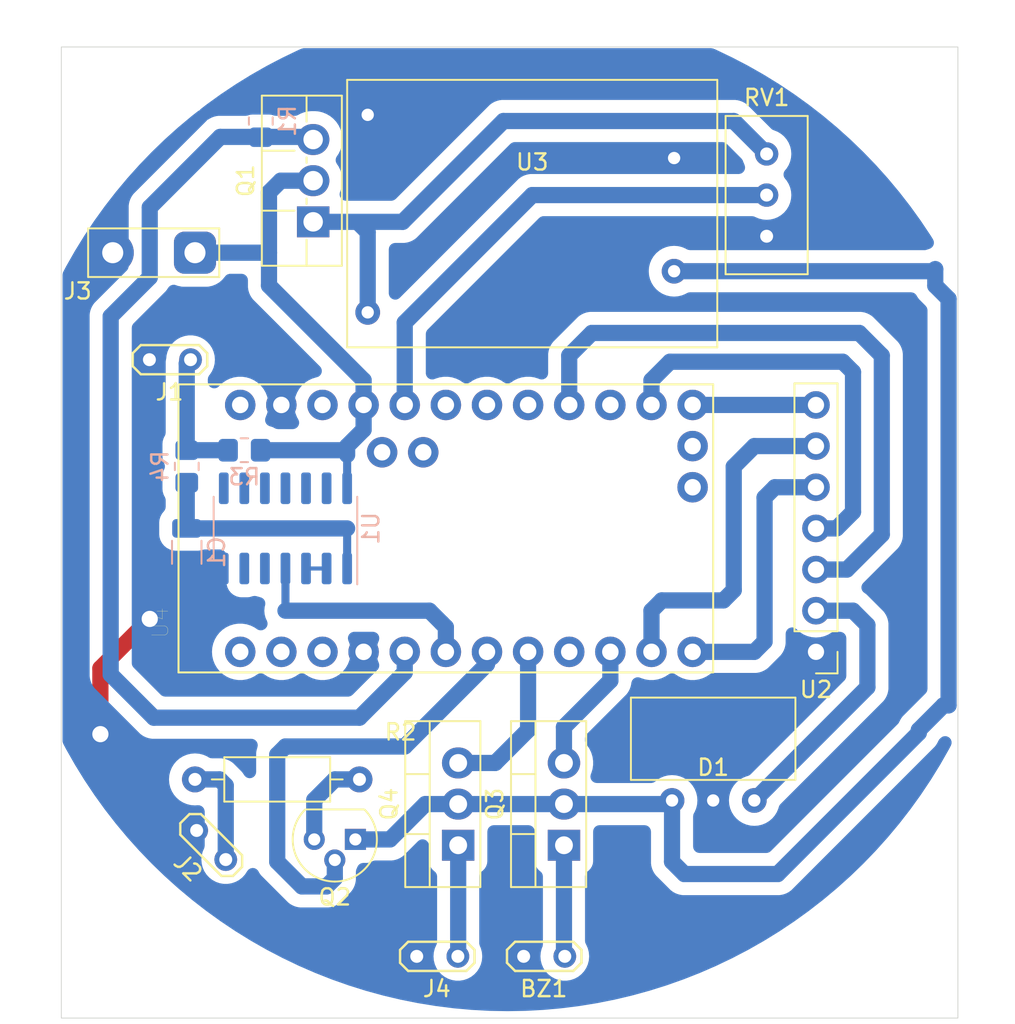
<source format=kicad_pcb>
(kicad_pcb (version 20221018) (generator pcbnew)
  (layers (0 "F.Cu" signal) (31 "B.Cu" signal) (34 "B.Paste" user) (35 "F.Paste" user) (36 "B.SilkS" user "B.Silkscreen") (37 "F.SilkS" user "F.Silkscreen") (38 "B.Mask" user) (39 "F.Mask" user) (44 "Edge.Cuts" user))
  (net 0 "")
  (net 1 "GND")
  (net 2 "Net-(BZ1--)")
  (net 3 "Net-(J1-Pin_1)")
  (net 4 "Net-(J2-Pin_1)")
  (net 5 "Net-(J3-Pin_1)")
  (net 6 "Net-(Q1-E)")
  (net 7 "Net-(Q1-B)")
  (net 8 "Net-(D1-VI)")
  (net 9 "Net-(Q2-B)")
  (net 10 "Net-(Q2-E)")
  (net 11 "Net-(Q3-B)")
  (net 12 "Net-(U4-A3)")
  (net 13 "Net-(D1-VO)")
  (net 14 "Net-(U2-SCK)")
  (net 15 "Net-(U2-SDA)")
  (net 16 "Net-(U2-RES)")
  (net 17 "Net-(U2-DC)")
  (net 18 "Net-(U2-CS)")
  (net 22 "Net-(J4-Pin_1)")
  (net 34 "Net-(Q4-B)")
  (net 35 "Net-(C1-Pad2)")
  (net 36 "Net-(U4-D3)")
  (net 37 "Net-(U1-Pad2)")
  (footprint "Resistor_THT:R_Axial_DIN0207_L6.3mm_D2.5mm_P10.16mm_Horizontal" (layer "F.Cu") (at 26.416 62.992)
    (fp_text reference "R2" (at 12.7 -2.92) (layer "F.SilkS"))
    (fp_text value "R")
    (fp_line (start 1.04 0) (end 1.81 0) (stroke (width 0.12)) (layer "F.SilkS"))
    (fp_line (start 1.81 -1.37) (end 1.81 1.37) (stroke (width 0.12)) (layer "F.SilkS"))
    (fp_line (start 1.81 1.37) (end 8.35 1.37) (stroke (width 0.12)) (layer "F.SilkS"))
    (fp_line (start 8.35 -1.37) (end 1.81 -1.37) (stroke (width 0.12)) (layer "F.SilkS"))
    (fp_line (start 8.35 1.37) (end 8.35 -1.37) (stroke (width 0.12)) (layer "F.SilkS"))
    (fp_line (start 9.12 0) (end 8.35 0) (stroke (width 0.12)) (layer "F.SilkS"))
    (pad "1" thru_hole circle (at 0 0) (size 1.6 1.6) (drill 0.8) (layers "*.Cu" "*.Mask") (net 4 "Net-(J2-Pin_1)"))
    (pad "2" thru_hole oval (at 10.16 0) (size 1.6 1.6) (drill 0.8) (layers "*.Cu" "*.Mask") (net 10 "Net-(Q2-E)"))
  )
  (footprint "TestPoint:TestPoint_2Pads_Pitch2.54mm_Drill0.8mm" (layer "F.Cu") (at 28.315884 67.939884 135)
    (fp_text reference "J2" (at 1.3 -2 135) (layer "F.SilkS"))
    (fp_text value "Button_LED")
    (fp_line (start -1.03 -0.4) (end -0.53 -0.9) (stroke (width 0.15)) (layer "F.SilkS"))
    (fp_line (start -1.03 0.4) (end -1.03 -0.4) (stroke (width 0.15)) (layer "F.SilkS"))
    (fp_line (start -0.53 -0.9) (end 3.07 -0.9) (stroke (width 0.15)) (layer "F.SilkS"))
    (fp_line (start -0.53 0.9) (end -1.03 0.4) (stroke (width 0.15)) (layer "F.SilkS"))
    (fp_line (start 3.07 -0.9) (end 3.57 -0.4) (stroke (width 0.15)) (layer "F.SilkS"))
    (fp_line (start 3.07 0.9) (end -0.53 0.9) (stroke (width 0.15)) (layer "F.SilkS"))
    (fp_line (start 3.57 -0.4) (end 3.57 0.4) (stroke (width 0.15)) (layer "F.SilkS"))
    (fp_line (start 3.57 0.4) (end 3.07 0.9) (stroke (width 0.15)) (layer "F.SilkS"))
    (pad "1" thru_hole circle (at 0 0 135) (size 1.4 1.4) (drill 0.8) (layers "*.Cu" "*.Mask") (net 4 "Net-(J2-Pin_1)"))
    (pad "2" thru_hole circle (at 2.54 0 135) (size 1.4 1.4) (drill 0.8) (layers "*.Cu" "*.Mask") (net 1 "GND"))
  )
  (footprint "Package_TO_SOT_THT:TO-220-3_Vertical" (layer "F.Cu") (at 49.205 67.056 90)
    (fp_text reference "Q3" (at 2.54 -4.27 90) (layer "F.SilkS"))
    (fp_text value "Q_NPN_ECB")
    (fp_line (start -2.58 -3.27) (end -2.58 1.371) (stroke (width 0.12)) (layer "F.SilkS"))
    (fp_line (start -2.58 -3.27) (end 7.66 -3.27) (stroke (width 0.12)) (layer "F.SilkS"))
    (fp_line (start -2.58 -1.76) (end 7.66 -1.76) (stroke (width 0.12)) (layer "F.SilkS"))
    (fp_line (start -2.58 1.371) (end 7.66 1.371) (stroke (width 0.12)) (layer "F.SilkS"))
    (fp_line (start 0.69 -3.27) (end 0.69 -1.76) (stroke (width 0.12)) (layer "F.SilkS"))
    (fp_line (start 4.391 -3.27) (end 4.391 -1.76) (stroke (width 0.12)) (layer "F.SilkS"))
    (fp_line (start 7.66 -3.27) (end 7.66 1.371) (stroke (width 0.12)) (layer "F.SilkS"))
    (pad "1" thru_hole rect (at 0 0 90) (size 1.905 2) (drill 1.1) (layers "*.Cu" "*.Mask") (net 2 "Net-(BZ1--)"))
    (pad "2" thru_hole oval (at 2.54 0 90) (size 1.905 2) (drill 1.1) (layers "*.Cu" "*.Mask") (net 8 "Net-(D1-VI)"))
    (pad "3" thru_hole oval (at 5.08 0 90) (size 1.905 2) (drill 1.1) (layers "*.Cu" "*.Mask") (net 11 "Net-(Q3-B)"))
  )
  (footprint "Package_TO_SOT_THT:TO-220F-3_Vertical" (layer "F.Cu") (at 33.715 28.575 90)
    (fp_text reference "Q1" (at 2.54 -4.1675 90) (layer "F.SilkS"))
    (fp_text value "Q_NPN_ECB")
    (fp_line (start -2.71 -3.168) (end -2.71 1.773) (stroke (width 0.12)) (layer "F.SilkS"))
    (fp_line (start -2.71 -3.168) (end 7.79 -3.168) (stroke (width 0.12)) (layer "F.SilkS"))
    (fp_line (start -2.71 -0.408) (end -1.103 -0.408) (stroke (width 0.12)) (layer "F.SilkS"))
    (fp_line (start -2.71 1.773) (end 7.79 1.773) (stroke (width 0.12)) (layer "F.SilkS"))
    (fp_line (start 0.69 -3.168) (end 0.69 -1.15) (stroke (width 0.12)) (layer "F.SilkS"))
    (fp_line (start 1.103 -0.408) (end 1.438 -0.408) (stroke (width 0.12)) (layer "F.SilkS"))
    (fp_line (start 3.643 -0.408) (end 3.978 -0.408) (stroke (width 0.12)) (layer "F.SilkS"))
    (fp_line (start 4.391 -3.168) (end 4.391 -1.15) (stroke (width 0.12)) (layer "F.SilkS"))
    (fp_line (start 6.183 -0.408) (end 7.79 -0.408) (stroke (width 0.12)) (layer "F.SilkS"))
    (fp_line (start 7.79 -3.168) (end 7.79 1.773) (stroke (width 0.12)) (layer "F.SilkS"))
    (pad "1" thru_hole rect (at 0 0 90) (size 1.905 2) (drill 1.2) (layers "*.Cu" "*.Mask") (net 6 "Net-(Q1-E)"))
    (pad "2" thru_hole oval (at 2.54 0 90) (size 1.905 2) (drill 1.2) (layers "*.Cu" "*.Mask") (net 5 "Net-(J3-Pin_1)"))
    (pad "3" thru_hole oval (at 5.08 0 90) (size 1.905 2) (drill 1.2) (layers "*.Cu" "*.Mask") (net 7 "Net-(Q1-B)"))
  )
  (footprint "TestPoint:TestPoint_2Pads_Pitch2.54mm_Drill0.8mm" (layer "F.Cu") (at 26.142 37.084 180)
    (fp_text reference "J1" (at 1.3 -2) (layer "F.SilkS"))
    (fp_text value "Button")
    (fp_line (start -1.03 -0.4) (end -0.53 -0.9) (stroke (width 0.15)) (layer "F.SilkS"))
    (fp_line (start -1.03 0.4) (end -1.03 -0.4) (stroke (width 0.15)) (layer "F.SilkS"))
    (fp_line (start -0.53 -0.9) (end 3.07 -0.9) (stroke (width 0.15)) (layer "F.SilkS"))
    (fp_line (start -0.53 0.9) (end -1.03 0.4) (stroke (width 0.15)) (layer "F.SilkS"))
    (fp_line (start 3.07 -0.9) (end 3.57 -0.4) (stroke (width 0.15)) (layer "F.SilkS"))
    (fp_line (start 3.07 0.9) (end -0.53 0.9) (stroke (width 0.15)) (layer "F.SilkS"))
    (fp_line (start 3.57 -0.4) (end 3.57 0.4) (stroke (width 0.15)) (layer "F.SilkS"))
    (fp_line (start 3.57 0.4) (end 3.07 0.9) (stroke (width 0.15)) (layer "F.SilkS"))
    (pad "1" thru_hole circle (at 0 0 180) (size 1.4 1.4) (drill 0.8) (layers "*.Cu" "*.Mask") (net 3 "Net-(J1-Pin_1)"))
    (pad "2" thru_hole circle (at 2.54 0 180) (size 1.4 1.4) (drill 0.8) (layers "*.Cu" "*.Mask") (net 1 "GND"))
  )
  (footprint "TestPoint:TestPoint_2Pads_Pitch2.54mm_Drill0.8mm" (layer "F.Cu") (at 49.256 73.914 180)
    (fp_text reference "BZ1" (at 1.3 -2) (layer "F.SilkS"))
    (fp_text value "Buzzer")
    (fp_line (start -1.03 -0.4) (end -0.53 -0.9) (stroke (width 0.15)) (layer "F.SilkS"))
    (fp_line (start -1.03 0.4) (end -1.03 -0.4) (stroke (width 0.15)) (layer "F.SilkS"))
    (fp_line (start -0.53 -0.9) (end 3.07 -0.9) (stroke (width 0.15)) (layer "F.SilkS"))
    (fp_line (start -0.53 0.9) (end -1.03 0.4) (stroke (width 0.15)) (layer "F.SilkS"))
    (fp_line (start 3.07 -0.9) (end 3.57 -0.4) (stroke (width 0.15)) (layer "F.SilkS"))
    (fp_line (start 3.07 0.9) (end -0.53 0.9) (stroke (width 0.15)) (layer "F.SilkS"))
    (fp_line (start 3.57 -0.4) (end 3.57 0.4) (stroke (width 0.15)) (layer "F.SilkS"))
    (fp_line (start 3.57 0.4) (end 3.07 0.9) (stroke (width 0.15)) (layer "F.SilkS"))
    (pad "1" thru_hole circle (at 0 0 180) (size 1.4 1.4) (drill 0.8) (layers "*.Cu" "*.Mask") (net 2 "Net-(BZ1--)"))
    (pad "2" thru_hole circle (at 2.54 0 180) (size 1.4 1.4) (drill 0.8) (layers "*.Cu" "*.Mask") (net 1 "GND"))
  )
  (footprint "MY:MODULE_ARDUINO_PRO_MINI_NO_PROG_PING" (layer "F.Cu") (at 41.91 47.498 90)
    (fp_text reference "U4" (at -5.825 -17.635 90) (layer "F.SilkS") (effects (font (thickness 0.015))))
    (fp_text value "ARDUINO_PRO_MINI")
    (fp_line (start -8.89 -16.51) (end -8.89 16.51) (stroke (width 0.127)) (layer "F.SilkS"))
    (fp_line (start -8.89 16.51) (end 8.89 16.51) (stroke (width 0.127)) (layer "F.SilkS"))
    (fp_line (start 8.89 -16.51) (end -8.89 -16.51) (stroke (width 0.127)) (layer "F.SilkS"))
    (fp_line (start 8.89 16.51) (end 8.89 -16.51) (stroke (width 0.127)) (layer "F.SilkS"))
    (pad "JP2_1" thru_hole circle (at 4.699 -1.397 90) (size 1.8796 1.8796) (drill 1.016) (layers "*.Cu" "*.Mask"))
    (pad "JP2_2" thru_hole circle (at 4.699 -3.937 90) (size 1.8796 1.8796) (drill 1.016) (layers "*.Cu" "*.Mask"))
    (pad "JP3_1" thru_hole circle (at 2.54 15.24 90) (size 1.8796 1.8796) (drill 1.016) (layers "*.Cu" "*.Mask"))
    (pad "JP3_2" thru_hole circle (at 5.08 15.24 90) (size 1.8796 1.8796) (drill 1.016) (layers "*.Cu" "*.Mask"))
    (pad "JP6_1" thru_hole circle (at 7.62 -12.7 90) (size 1.8796 1.8796) (drill 1.016) (layers "*.Cu" "*.Mask"))
    (pad "JP6_2" thru_hole circle (at 7.62 -10.16 90) (size 1.8796 1.8796) (drill 1.016) (layers "*.Cu" "*.Mask") (net 1 "GND"))
    (pad "JP6_3" thru_hole circle (at 7.62 -7.62 90) (size 1.8796 1.8796) (drill 1.016) (layers "*.Cu" "*.Mask"))
    (pad "JP6_4" thru_hole circle (at 7.62 -5.08 90) (size 1.8796 1.8796) (drill 1.016) (layers "*.Cu" "*.Mask") (net 5 "Net-(J3-Pin_1)"))
    (pad "JP6_5" thru_hole circle (at 7.62 -2.54 90) (size 1.8796 1.8796) (drill 1.016) (layers "*.Cu" "*.Mask") (net 12 "Net-(U4-A3)"))
    (pad "JP6_6" thru_hole circle (at 7.62 0 90) (size 1.8796 1.8796) (drill 1.016) (layers "*.Cu" "*.Mask"))
    (pad "JP6_7" thru_hole circle (at 7.62 2.54 90) (size 1.8796 1.8796) (drill 1.016) (layers "*.Cu" "*.Mask"))
    (pad "JP6_8" thru_hole circle (at 7.62 5.08 90) (size 1.8796 1.8796) (drill 1.016) (layers "*.Cu" "*.Mask"))
    (pad "JP6_9" thru_hole circle (at 7.62 7.62 90) (size 1.8796 1.8796) (drill 1.016) (layers "*.Cu" "*.Mask") (net 14 "Net-(U2-SCK)"))
    (pad "JP6_10" thru_hole circle (at 7.62 10.16 90) (size 1.8796 1.8796) (drill 1.016) (layers "*.Cu" "*.Mask"))
    (pad "JP6_11" thru_hole circle (at 7.62 12.7 90) (size 1.8796 1.8796) (drill 1.016) (layers "*.Cu" "*.Mask") (net 15 "Net-(U2-SDA)"))
    (pad "JP6_12" thru_hole circle (at 7.62 15.24 90) (size 1.8796 1.8796) (drill 1.016) (layers "*.Cu" "*.Mask") (net 18 "Net-(U2-CS)"))
    (pad "JP7_1" thru_hole circle (at -7.62 15.24 90) (size 1.8796 1.8796) (drill 1.016) (layers "*.Cu" "*.Mask") (net 16 "Net-(U2-RES)"))
    (pad "JP7_2" thru_hole circle (at -7.62 12.7 90) (size 1.8796 1.8796) (drill 1.016) (layers "*.Cu" "*.Mask") (net 17 "Net-(U2-DC)"))
    (pad "JP7_3" thru_hole circle (at -7.62 10.16 90) (size 1.8796 1.8796) (drill 1.016) (layers "*.Cu" "*.Mask") (net 11 "Net-(Q3-B)"))
    (pad "JP7_4" thru_hole circle (at -7.62 7.62 90) (size 1.8796 1.8796) (drill 1.016) (layers "*.Cu" "*.Mask"))
    (pad "JP7_5" thru_hole circle (at -7.62 5.08 90) (size 1.8796 1.8796) (drill 1.016) (layers "*.Cu" "*.Mask") (net 34 "Net-(Q4-B)"))
    (pad "JP7_6" thru_hole circle (at -7.62 2.54 90) (size 1.8796 1.8796) (drill 1.016) (layers "*.Cu" "*.Mask") (net 9 "Net-(Q2-B)"))
    (pad "JP7_7" thru_hole circle (at -7.62 0 90) (size 1.8796 1.8796) (drill 1.016) (layers "*.Cu" "*.Mask") (net 36 "Net-(U4-D3)"))
    (pad "JP7_8" thru_hole circle (at -7.62 -2.54 90) (size 1.8796 1.8796) (drill 1.016) (layers "*.Cu" "*.Mask") (net 7 "Net-(Q1-B)"))
    (pad "JP7_9" thru_hole circle (at -7.62 -5.08 90) (size 1.8796 1.8796) (drill 1.016) (layers "*.Cu" "*.Mask") (net 1 "GND"))
    (pad "JP7_10" thru_hole circle (at -7.62 -7.62 90) (size 1.8796 1.8796) (drill 1.016) (layers "*.Cu" "*.Mask"))
    (pad "JP7_11" thru_hole circle (at -7.62 -10.16 90) (size 1.8796 1.8796) (drill 1.016) (layers "*.Cu" "*.Mask"))
    (pad "JP7_12" thru_hole circle (at -7.62 -12.7 90) (size 1.8796 1.8796) (drill 1.016) (layers "*.Cu" "*.Mask"))
  )
  (footprint "Connector_PinHeader_2.54mm:PinHeader_1x07_P2.54mm_Vertical" (layer "F.Cu") (at 64.77 55.118 180)
    (fp_text reference "U2" (at 0 -2.33) (layer "F.SilkS"))
    (fp_text value "OLED1.3SPI")
    (fp_line (start -1.33 -1.33) (end 0 -1.33) (stroke (width 0.12)) (layer "F.SilkS"))
    (fp_line (start -1.33 0) (end -1.33 -1.33) (stroke (width 0.12)) (layer "F.SilkS"))
    (fp_line (start -1.33 1.27) (end -1.33 16.57) (stroke (width 0.12)) (layer "F.SilkS"))
    (fp_line (start -1.33 1.27) (end 1.33 1.27) (stroke (width 0.12)) (layer "F.SilkS"))
    (fp_line (start -1.33 16.57) (end 1.33 16.57) (stroke (width 0.12)) (layer "F.SilkS"))
    (fp_line (start 1.33 1.27) (end 1.33 16.57) (stroke (width 0.12)) (layer "F.SilkS"))
    (pad "1" thru_hole rect (at 0 0 180) (size 1.7 1.7) (drill 1) (layers "*.Cu" "*.Mask") (net 1 "GND"))
    (pad "2" thru_hole oval (at 0 2.54 180) (size 1.7 1.7) (drill 1) (layers "*.Cu" "*.Mask") (net 13 "Net-(D1-VO)"))
    (pad "3" thru_hole oval (at 0 5.08 180) (size 1.7 1.7) (drill 1) (layers "*.Cu" "*.Mask") (net 14 "Net-(U2-SCK)"))
    (pad "4" thru_hole oval (at 0 7.62 180) (size 1.7 1.7) (drill 1) (layers "*.Cu" "*.Mask") (net 15 "Net-(U2-SDA)"))
    (pad "5" thru_hole oval (at 0 10.16 180) (size 1.7 1.7) (drill 1) (layers "*.Cu" "*.Mask") (net 16 "Net-(U2-RES)"))
    (pad "6" thru_hole oval (at 0 12.7 180) (size 1.7 1.7) (drill 1) (layers "*.Cu" "*.Mask") (net 17 "Net-(U2-DC)"))
    (pad "7" thru_hole oval (at 0 15.24 180) (size 1.7 1.7) (drill 1) (layers "*.Cu" "*.Mask") (net 18 "Net-(U2-CS)"))
  )
  (footprint "Package_TO_SOT_THT:TO-92" (layer "F.Cu") (at 36.322 66.696 180)
    (fp_text reference "Q2" (at 1.27 -3.56) (layer "F.SilkS"))
    (fp_text value "Q_NPN_CBE" hide)
    (fp_line (start -0.53 1.85) (end 3.07 1.85) (stroke (width 0.12)) (layer "F.SilkS"))
    (fp_arc (start -0.568478 1.838478) (mid -1.132087 -0.994977) (end 1.27 -2.6) (stroke (width 0.12)) (layer "F.SilkS"))
    (fp_arc (start 1.27 -2.6) (mid 3.672087 -0.994977) (end 3.108478 1.838478) (stroke (width 0.12)) (layer "F.SilkS"))
    (pad "1" thru_hole rect (at 0 0 180) (size 1.3 1.3) (drill 0.75) (layers "*.Cu" "*.Mask") (net 8 "Net-(D1-VI)"))
    (pad "2" thru_hole circle (at 1.27 -1.27 180) (size 1.3 1.3) (drill 0.75) (layers "*.Cu" "*.Mask") (net 9 "Net-(Q2-B)"))
    (pad "3" thru_hole circle (at 2.54 0 180) (size 1.3 1.3) (drill 0.75) (layers "*.Cu" "*.Mask") (net 10 "Net-(Q2-E)"))
  )
  (footprint "Potentiometer_THT:Potentiometer_Bourns_3386C_Horizontal" (layer "F.Cu") (at 61.722 24.384)
    (fp_text reference "RV1" (at 0 -3.475) (layer "F.SilkS"))
    (fp_text value "R_POT")
    (fp_line (start -2.535 -2.345) (end -2.535 7.425) (stroke (width 0.12)) (layer "F.SilkS"))
    (fp_line (start -2.535 -2.345) (end 2.535 -2.345) (stroke (width 0.12)) (layer "F.SilkS"))
    (fp_line (start -2.535 7.425) (end 2.535 7.425) (stroke (width 0.12)) (layer "F.SilkS"))
    (fp_line (start 2.535 -2.345) (end 2.535 7.425) (stroke (width 0.12)) (layer "F.SilkS"))
    (pad "1" thru_hole circle (at 0 0) (size 1.44 1.44) (drill 0.8) (layers "*.Cu" "*.Mask") (net 6 "Net-(Q1-E)"))
    (pad "2" thru_hole circle (at 0 2.54) (size 1.44 1.44) (drill 0.8) (layers "*.Cu" "*.Mask") (net 12 "Net-(U4-A3)"))
    (pad "3" thru_hole circle (at 0 5.08) (size 1.44 1.44) (drill 0.8) (layers "*.Cu" "*.Mask") (net 1 "GND"))
  )
  (footprint "TestPoint:TestPoint_2Pads_Pitch5.08mm_Drill1.3mm" (layer "F.Cu") (at 26.416 30.48 180)
    (fp_text reference "J3" (at 7.239 -2.373) (layer "F.SilkS"))
    (fp_text value "Battery")
    (fp_line (start -1.5 -1.5) (end -1.5 1.5) (stroke (width 0.12)) (layer "F.SilkS"))
    (fp_line (start -1.5 -1.5) (end 6.6 -1.5) (stroke (width 0.12)) (layer "F.SilkS"))
    (fp_line (start 6.6 1.5) (end -1.5 1.5) (stroke (width 0.12)) (layer "F.SilkS"))
    (fp_line (start 6.6 1.5) (end 6.6 -1.5) (stroke (width 0.12)) (layer "F.SilkS"))
    (pad "1" thru_hole roundrect (at 0 0 180) (size 2.6 2.6) (drill 1.3) (layers "*.Cu" "*.Mask") (net 5 "Net-(J3-Pin_1)"))
    (pad "2" thru_hole circle (at 5.08 0 180) (size 2.6 2.6) (drill 1.3) (layers "*.Cu" "*.Mask") (net 1 "GND"))
  )
  (footprint "Package_TO_SOT_THT:TO-220-3_Vertical" (layer "F.Cu") (at 42.672 67.056 90)
    (fp_text reference "Q4" (at 2.54 -4.27 90) (layer "F.SilkS"))
    (fp_text value "Q_NPN_ECB")
    (fp_line (start -2.58 -3.27) (end -2.58 1.371) (stroke (width 0.12)) (layer "F.SilkS"))
    (fp_line (start -2.58 -3.27) (end 7.66 -3.27) (stroke (width 0.12)) (layer "F.SilkS"))
    (fp_line (start -2.58 -1.76) (end 7.66 -1.76) (stroke (width 0.12)) (layer "F.SilkS"))
    (fp_line (start -2.58 1.371) (end 7.66 1.371) (stroke (width 0.12)) (layer "F.SilkS"))
    (fp_line (start 0.69 -3.27) (end 0.69 -1.76) (stroke (width 0.12)) (layer "F.SilkS"))
    (fp_line (start 4.391 -3.27) (end 4.391 -1.76) (stroke (width 0.12)) (layer "F.SilkS"))
    (fp_line (start 7.66 -3.27) (end 7.66 1.371) (stroke (width 0.12)) (layer "F.SilkS"))
    (pad "1" thru_hole rect (at 0 0 90) (size 1.905 2) (drill 1.1) (layers "*.Cu" "*.Mask") (net 22 "Net-(J4-Pin_1)"))
    (pad "2" thru_hole oval (at 2.54 0 90) (size 1.905 2) (drill 1.1) (layers "*.Cu" "*.Mask") (net 8 "Net-(D1-VI)"))
    (pad "3" thru_hole oval (at 5.08 0 90) (size 1.905 2) (drill 1.1) (layers "*.Cu" "*.Mask") (net 34 "Net-(Q4-B)"))
  )
  (footprint "MY:StepDown3V3" (layer "F.Cu") (at 60.96 61.752)
    (fp_text reference "D1" (at -2.54 0.5) (layer "F.SilkS"))
    (fp_text value "StepDown3V3")
    (fp_line (start -7.62 -3.81) (end 2.54 -3.81) (stroke (width 0.12)) (layer "F.SilkS"))
    (fp_line (start -7.62 1.27) (end -7.62 -3.81) (stroke (width 0.12)) (layer "F.SilkS"))
    (fp_line (start 2.54 -3.81) (end 2.54 1.27) (stroke (width 0.12)) (layer "F.SilkS"))
    (fp_line (start 2.54 1.27) (end -7.62 1.27) (stroke (width 0.12)) (layer "F.SilkS"))
    (pad "1" thru_hole circle (at -5.08 2.54) (size 1.524 1.524) (drill 0.762) (layers "*.Cu" "*.Mask") (net 8 "Net-(D1-VI)"))
    (pad "2" thru_hole circle (at -2.54 2.54) (size 1.524 1.524) (drill 0.762) (layers "*.Cu" "*.Mask") (net 1 "GND"))
    (pad "3" thru_hole circle (at 0 2.54) (size 1.524 1.524) (drill 0.762) (layers "*.Cu" "*.Mask") (net 13 "Net-(D1-VO)"))
  )
  (footprint "MY:StepUp5V" (layer "F.Cu") (at 47.244 27.432 180)
    (fp_text reference "U3" (at 0 2.54) (layer "F.SilkS"))
    (fp_text value "StepUp5V")
    (fp_line (start -11.43 -8.89) (end 11.43 -8.89) (stroke (width 0.12)) (layer "F.SilkS"))
    (fp_line (start -11.43 7.62) (end -11.43 -8.89) (stroke (width 0.12)) (layer "F.SilkS"))
    (fp_line (start 11.43 -8.89) (end 11.43 7.62) (stroke (width 0.12)) (layer "F.SilkS"))
    (fp_line (start 11.43 7.62) (end -11.43 7.62) (stroke (width 0.12)) (layer "F.SilkS"))
    (pad "1" thru_hole circle (at 10.16 -6.731 180) (size 1.524 1.524) (drill 0.762) (layers "*.Cu" "*.Mask") (net 6 "Net-(Q1-E)"))
    (pad "2" thru_hole circle (at 10.16 5.461 180) (size 1.524 1.524) (drill 0.762) (layers "*.Cu" "*.Mask") (net 1 "GND"))
    (pad "3" thru_hole circle (at -8.763 -4.191 180) (size 1.524 1.524) (drill 0.762) (layers "*.Cu" "*.Mask") (net 8 "Net-(D1-VI)"))
    (pad "4" thru_hole circle (at -8.763 2.794 180) (size 1.524 1.524) (drill 0.762) (layers "*.Cu" "*.Mask") (net 1 "GND"))
  )
  (footprint "TestPoint:TestPoint_2Pads_Pitch2.54mm_Drill0.8mm" (layer "F.Cu") (at 42.652 73.914 180)
    (fp_text reference "J4" (at 1.3 -2) (layer "F.SilkS"))
    (fp_text value "Vib")
    (fp_line (start -1.03 -0.4) (end -0.53 -0.9) (stroke (width 0.15)) (layer "F.SilkS"))
    (fp_line (start -1.03 0.4) (end -1.03 -0.4) (stroke (width 0.15)) (layer "F.SilkS"))
    (fp_line (start -0.53 -0.9) (end 3.07 -0.9) (stroke (width 0.15)) (layer "F.SilkS"))
    (fp_line (start -0.53 0.9) (end -1.03 0.4) (stroke (width 0.15)) (layer "F.SilkS"))
    (fp_line (start 3.07 -0.9) (end 3.57 -0.4) (stroke (width 0.15)) (layer "F.SilkS"))
    (fp_line (start 3.07 0.9) (end -0.53 0.9) (stroke (width 0.15)) (layer "F.SilkS"))
    (fp_line (start 3.57 -0.4) (end 3.57 0.4) (stroke (width 0.15)) (layer "F.SilkS"))
    (fp_line (start 3.57 0.4) (end 3.07 0.9) (stroke (width 0.15)) (layer "F.SilkS"))
    (pad "1" thru_hole circle (at 0 0 180) (size 1.4 1.4) (drill 0.8) (layers "*.Cu" "*.Mask") (net 22 "Net-(J4-Pin_1)"))
    (pad "2" thru_hole circle (at 2.54 0 180) (size 1.4 1.4) (drill 0.8) (layers "*.Cu" "*.Mask") (net 1 "GND"))
  )
  (footprint "Resistor_SMD:R_0805_2012Metric_Pad1.20x1.40mm_HandSolder" (layer "B.Cu") (at 30.48 22.352 90)
    (fp_text reference "R1" (at 0 1.65 90) (layer "B.SilkS") (effects (justify mirror)))
    (fp_text value "22k")
    (fp_line (start -0.227064 -0.735) (end 0.227064 -0.735) (stroke (width 0.12)) (layer "B.SilkS"))
    (fp_line (start -0.227064 0.735) (end 0.227064 0.735) (stroke (width 0.12)) (layer "B.SilkS"))
    (pad "1" smd roundrect (at -1 0 90) (size 1.2 1.4) (layers "B.Cu" "B.Paste" "B.Mask") (roundrect_rratio 0.208333) (net 7 "Net-(Q1-B)"))
    (pad "2" smd roundrect (at 1 0 90) (size 1.2 1.4) (layers "B.Cu" "B.Paste" "B.Mask") (roundrect_rratio 0.208333) (net 1 "GND"))
  )
  (footprint "Package_SO:SOIC-14_3.9x8.7mm_P1.27mm" (layer "B.Cu") (at 32.004 47.498 90)
    (fp_text reference "U1" (at 0 5.28 90) (layer "B.SilkS") (effects (justify mirror)))
    (fp_text value "74HC14")
    (fp_line (start 0 -4.435) (end -1.95 -4.435) (stroke (width 0.12)) (layer "B.SilkS"))
    (fp_line (start 0 -4.435) (end 1.95 -4.435) (stroke (width 0.12)) (layer "B.SilkS"))
    (fp_line (start 0 4.435) (end -3.45 4.435) (stroke (width 0.12)) (layer "B.SilkS"))
    (fp_line (start 0 4.435) (end 1.95 4.435) (stroke (width 0.12)) (layer "B.SilkS"))
    (pad "1" smd roundrect (at -2.475 3.81 90) (size 1.95 0.6) (layers "B.Cu" "B.Paste" "B.Mask") (net 35 "Net-(C1-Pad2)"))
    (pad "2" smd roundrect (at -2.475 2.54 90) (size 1.95 0.6) (layers "B.Cu" "B.Paste" "B.Mask") (net 37 "Net-(U1-Pad2)"))
    (pad "3" smd roundrect (at -2.475 1.27 90) (size 1.95 0.6) (layers "B.Cu" "B.Paste" "B.Mask") (net 37 "Net-(U1-Pad2)"))
    (pad "4" smd roundrect (at -2.475 0 90) (size 1.95 0.6) (layers "B.Cu" "B.Paste" "B.Mask") (net 36 "Net-(U4-D3)"))
    (pad "5" smd roundrect (at -2.475 -1.27 90) (size 1.95 0.6) (layers "B.Cu" "B.Paste" "B.Mask"))
    (pad "6" smd roundrect (at -2.475 -2.54 90) (size 1.95 0.6) (layers "B.Cu" "B.Paste" "B.Mask"))
    (pad "7" smd roundrect (at -2.475 -3.81 90) (size 1.95 0.6) (layers "B.Cu" "B.Paste" "B.Mask") (net 1 "GND"))
    (pad "8" smd roundrect (at 2.475 -3.81 90) (size 1.95 0.6) (layers "B.Cu" "B.Paste" "B.Mask"))
    (pad "9" smd roundrect (at 2.475 -2.54 90) (size 1.95 0.6) (layers "B.Cu" "B.Paste" "B.Mask"))
    (pad "10" smd roundrect (at 2.475 -1.27 90) (size 1.95 0.6) (layers "B.Cu" "B.Paste" "B.Mask"))
    (pad "11" smd roundrect (at 2.475 0 90) (size 1.95 0.6) (layers "B.Cu" "B.Paste" "B.Mask"))
    (pad "12" smd roundrect (at 2.475 1.27 90) (size 1.95 0.6) (layers "B.Cu" "B.Paste" "B.Mask"))
    (pad "13" smd roundrect (at 2.475 2.54 90) (size 1.95 0.6) (layers "B.Cu" "B.Paste" "B.Mask"))
    (pad "14" smd roundrect (at 2.475 3.81 90) (size 1.95 0.6) (layers "B.Cu" "B.Paste" "B.Mask") (net 5 "Net-(J3-Pin_1)"))
  )
  (footprint "Resistor_SMD:R_0805_2012Metric_Pad1.20x1.40mm_HandSolder" (layer "B.Cu") (at 29.464 42.672)
    (fp_text reference "R3" (at 0 1.65) (layer "B.SilkS") (effects (justify mirror)))
    (fp_text value "10k")
    (fp_line (start -0.227064 -0.735) (end 0.227064 -0.735) (stroke (width 0.12)) (layer "B.SilkS"))
    (fp_line (start -0.227064 0.735) (end 0.227064 0.735) (stroke (width 0.12)) (layer "B.SilkS"))
    (pad "1" smd roundrect (at -1 0) (size 1.2 1.4) (layers "B.Cu" "B.Paste" "B.Mask") (roundrect_rratio 0.208333) (net 3 "Net-(J1-Pin_1)"))
    (pad "2" smd roundrect (at 1 0) (size 1.2 1.4) (layers "B.Cu" "B.Paste" "B.Mask") (roundrect_rratio 0.208333) (net 5 "Net-(J3-Pin_1)"))
  )
  (footprint "Resistor_SMD:R_0805_2012Metric_Pad1.20x1.40mm_HandSolder" (layer "B.Cu") (at 25.908 43.672 -90)
    (fp_text reference "R4" (at 0 1.65 90) (layer "B.SilkS") (effects (justify mirror)))
    (fp_text value "10k")
    (fp_line (start -0.227064 -0.735) (end 0.227064 -0.735) (stroke (width 0.12)) (layer "B.SilkS"))
    (fp_line (start -0.227064 0.735) (end 0.227064 0.735) (stroke (width 0.12)) (layer "B.SilkS"))
    (pad "1" smd roundrect (at -1 0 270) (size 1.2 1.4) (layers "B.Cu" "B.Paste" "B.Mask") (roundrect_rratio 0.208333) (net 3 "Net-(J1-Pin_1)"))
    (pad "2" smd roundrect (at 1 0 270) (size 1.2 1.4) (layers "B.Cu" "B.Paste" "B.Mask") (roundrect_rratio 0.208333) (net 35 "Net-(C1-Pad2)"))
  )
  (footprint "Capacitor_SMD:C_1206_3216Metric" (layer "B.Cu") (at 25.908 48.973 90)
    (fp_text reference "C1" (at 0 1.85 90) (layer "B.SilkS") (effects (justify mirror)))
    (fp_text value "10n")
    (fp_line (start -0.711252 -0.91) (end 0.711252 -0.91) (stroke (width 0.12)) (layer "B.SilkS"))
    (fp_line (start -0.711252 0.91) (end 0.711252 0.91) (stroke (width 0.12)) (layer "B.SilkS"))
    (pad "1" smd roundrect (at -1.475 0 90) (size 1.15 1.8) (layers "B.Cu" "B.Paste" "B.Mask") (roundrect_rratio 0.217391) (net 1 "GND"))
    (pad "2" smd roundrect (at 1.475 0 90) (size 1.15 1.8) (layers "B.Cu" "B.Paste" "B.Mask") (roundrect_rratio 0.217391) (net 35 "Net-(C1-Pad2)"))
  )
  (gr_rect (start 18.161 17.78) (end 73.533 77.724) (stroke (width 0.05)) (fill none) (layer "Edge.Cuts"))
  (segment (start 20.574 56.134) (end 23.622 53.086) (width 1) (layer "F.Cu") (net 1))
  (segment (start 20.574 60.198) (end 20.574 56.134) (width 1) (layer "F.Cu") (net 1))
  (via (at 23.622 53.086) (size 2) (drill 1) (layers "F.Cu" "B.Cu") (net 1))
  (via (at 20.574 60.198) (size 2) (drill 1) (layers "F.Cu" "B.Cu") (net 1))
  (segment (start 49.205 73.863) (end 49.256 73.914) (width 1) (layer "B.Cu") (net 2))
  (segment (start 49.205 67.056) (end 49.205 73.863) (width 1) (layer "B.Cu") (net 2))
  (segment (start 28.464 42.672) (end 25.908 42.672) (width 1) (layer "B.Cu") (net 3))
  (segment (start 25.908 37.318) (end 26.142 37.084) (width 1) (layer "B.Cu") (net 3))
  (segment (start 25.908 42.672) (end 25.908 37.318) (width 1) (layer "B.Cu") (net 3))
  (segment (start 27.94 62.992) (end 26.416 62.992) (width 1) (layer "B.Cu") (net 4))
  (segment (start 28.315884 63.367884) (end 27.94 62.992) (width 1) (layer "B.Cu") (net 4))
  (segment (start 28.315884 67.939884) (end 28.315884 63.367884) (width 1) (layer "B.Cu") (net 4))
  (segment (start 36.83 39.878) (end 36.83 41.402) (width 1) (layer "B.Cu") (net 5))
  (segment (start 31.715 26.035) (end 33.715 26.035) (width 1) (layer "B.Cu") (net 5))
  (segment (start 36.83 41.402) (end 35.814 42.418) (width 1) (layer "B.Cu") (net 5))
  (segment (start 26.416 30.48) (end 30.988 30.48) (width 1) (layer "B.Cu") (net 5))
  (segment (start 35.814 45.023) (end 35.814 42.959028) (width 0.5) (layer "B.Cu") (net 5))
  (segment (start 30.464 42.672) (end 35.526972 42.672) (width 1) (layer "B.Cu") (net 5))
  (segment (start 30.988 32.512) (end 30.988 30.48) (width 1) (layer "B.Cu") (net 5))
  (segment (start 30.988 26.762) (end 31.715 26.035) (width 1) (layer "B.Cu") (net 5))
  (segment (start 36.83 38.354) (end 30.988 32.512) (width 1) (layer "B.Cu") (net 5))
  (segment (start 30.988 30.48) (end 30.988 26.762) (width 1) (layer "B.Cu") (net 5))
  (segment (start 36.83 39.878) (end 36.83 38.354) (width 1) (layer "B.Cu") (net 5))
  (segment (start 35.814 42.418) (end 35.814 42.959028) (width 1) (layer "B.Cu") (net 5))
  (segment (start 39.243 28.575) (end 36.449 28.575) (width 1) (layer "B.Cu") (net 6))
  (segment (start 59.69 22.352) (end 45.466 22.352) (width 1) (layer "B.Cu") (net 6))
  (segment (start 36.449 28.575) (end 34.036 28.575) (width 1) (layer "B.Cu") (net 6))
  (segment (start 36.449 28.575) (end 37.084 29.21) (width 1) (layer "B.Cu") (net 6))
  (segment (start 45.466 22.352) (end 39.243 28.575) (width 1) (layer "B.Cu") (net 6))
  (segment (start 61.722 24.384) (end 59.69 22.352) (width 1) (layer "B.Cu") (net 6))
  (segment (start 37.084 29.21) (end 37.084 34.163) (width 1) (layer "B.Cu") (net 6))
  (segment (start 39.37 56.388) (end 36.576 59.182) (width 1) (layer "B.Cu") (net 7))
  (segment (start 23.622 32.004) (end 23.622 27.686001) (width 1) (layer "B.Cu") (net 7))
  (segment (start 36.576 59.182) (end 23.876 59.182) (width 1) (layer "B.Cu") (net 7))
  (segment (start 39.37 55.118) (end 39.37 56.388) (width 1) (layer "B.Cu") (net 7))
  (segment (start 27.976103 23.331898) (end 33.551898 23.331898) (width 1) (layer "B.Cu") (net 7))
  (segment (start 33.551898 23.331898) (end 33.715 23.495) (width 1) (layer "B.Cu") (net 7))
  (segment (start 23.876 59.182) (end 21.209 56.515) (width 1) (layer "B.Cu") (net 7))
  (segment (start 21.209 34.417) (end 23.622 32.004) (width 1) (layer "B.Cu") (net 7))
  (segment (start 21.209 56.515) (end 21.209 34.417) (width 1) (layer "B.Cu") (net 7))
  (segment (start 23.622 27.686001) (end 27.976103 23.331898) (width 1) (layer "B.Cu") (net 7))
  (segment (start 72.009 31.623) (end 56.007 31.623) (width 1) (layer "B.Cu") (net 8))
  (segment (start 49.205 64.516) (end 55.656 64.516) (width 1) (layer "B.Cu") (net 8))
  (segment (start 62.403056 68.834) (end 71.12 60.117056) (width 1) (layer "B.Cu") (net 8))
  (segment (start 55.656 64.516) (end 55.88 64.292) (width 1) (layer "B.Cu") (net 8))
  (segment (start 72.958 58.42) (end 72.958 33.334) (width 1) (layer "B.Cu") (net 8))
  (segment (start 72.136 31.496) (end 72.009 31.623) (width 1) (layer "B.Cu") (net 8))
  (segment (start 71.12 59.944) (end 72.644 58.42) (width 1) (layer "B.Cu") (net 8))
  (segment (start 55.88 64.292) (end 55.88 68.072) (width 1) (layer "B.Cu") (net 8))
  (segment (start 71.12 60.117056) (end 71.12 59.944) (width 1) (layer "B.Cu") (net 8))
  (segment (start 72.136 32.512) (end 72.136 31.496) (width 1) (layer "B.Cu") (net 8))
  (segment (start 42.672 64.516) (end 40.64 64.516) (width 1) (layer "B.Cu") (net 8))
  (segment (start 55.88 68.072) (end 56.642 68.834) (width 1) (layer "B.Cu") (net 8))
  (segment (start 56.642 68.834) (end 62.403056 68.834) (width 1) (layer "B.Cu") (net 8))
  (segment (start 40.64 64.516) (end 38.46 66.696) (width 1) (layer "B.Cu") (net 8))
  (segment (start 49.205 64.516) (end 42.672 64.516) (width 1) (layer "B.Cu") (net 8))
  (segment (start 72.644 58.42) (end 72.958 58.42) (width 1) (layer "B.Cu") (net 8))
  (segment (start 72.958 33.334) (end 72.136 32.512) (width 1) (layer "B.Cu") (net 8))
  (segment (start 38.46 66.696) (end 36.322 66.696) (width 1) (layer "B.Cu") (net 8))
  (segment (start 31.496 68.072) (end 33.02 69.596) (width 1) (layer "B.Cu") (net 9))
  (segment (start 34.544 69.596) (end 35.052 69.088) (width 1) (layer "B.Cu") (net 9))
  (segment (start 31.496 61.468) (end 31.496 68.072) (width 1) (layer "B.Cu") (net 9))
  (segment (start 35.052 69.088) (end 35.052 67.966) (width 1) (layer "B.Cu") (net 9))
  (segment (start 33.02 69.596) (end 34.544 69.596) (width 1) (layer "B.Cu") (net 9))
  (segment (start 44.45 55.88) (end 39.37 60.96) (width 1) (layer "B.Cu") (net 9))
  (segment (start 44.7675 55.4355) (end 44.45 55.118) (width 1) (layer "B.Cu") (net 9))
  (segment (start 44.45 55.118) (end 44.45 55.88) (width 1) (layer "B.Cu") (net 9))
  (segment (start 39.37 60.96) (end 32.004 60.96) (width 1) (layer "B.Cu") (net 9))
  (segment (start 32.004 60.96) (end 31.496 61.468) (width 1) (layer "B.Cu") (net 9))
  (segment (start 35.052 62.992) (end 33.782 64.262) (width 1) (layer "B.Cu") (net 10))
  (segment (start 36.576 62.992) (end 35.052 62.992) (width 1) (layer "B.Cu") (net 10))
  (segment (start 33.782 64.262) (end 33.782 66.696) (width 1) (layer "B.Cu") (net 10))
  (segment (start 52.07 56.896) (end 49.205 59.761) (width 1) (layer "B.Cu") (net 11))
  (segment (start 52.07 55.118) (end 52.07 56.896) (width 1) (layer "B.Cu") (net 11))
  (segment (start 49.205 59.761) (end 49.205 61.976) (width 1) (layer "B.Cu") (net 11))
  (segment (start 39.37 39.878) (end 39.37 34.798) (width 1) (layer "B.Cu") (net 12))
  (segment (start 47.244 26.924) (end 61.722 26.924) (width 1) (layer "B.Cu") (net 12))
  (segment (start 39.37 34.798) (end 47.244 26.924) (width 1) (layer "B.Cu") (net 12))
  (segment (start 67.945 53.467) (end 67.056 52.578) (width 1) (layer "B.Cu") (net 13))
  (segment (start 60.96 64.292) (end 67.945 57.307) (width 1) (layer "B.Cu") (net 13))
  (segment (start 67.945 57.307) (end 67.945 53.467) (width 1) (layer "B.Cu") (net 13))
  (segment (start 67.056 52.578) (end 64.77 52.578) (width 1) (layer "B.Cu") (net 13))
  (segment (start 66.675 50.038) (end 64.77 50.038) (width 1) (layer "B.Cu") (net 14))
  (segment (start 67.437 35.433) (end 68.834 36.83) (width 1) (layer "B.Cu") (net 14))
  (segment (start 49.53 39.878) (end 49.53 36.83) (width 1) (layer "B.Cu") (net 14))
  (segment (start 50.927 35.433) (end 67.437 35.433) (width 1) (layer "B.Cu") (net 14))
  (segment (start 49.53 36.83) (end 50.927 35.433) (width 1) (layer "B.Cu") (net 14))
  (segment (start 68.834 36.83) (end 68.834 47.879) (width 1) (layer "B.Cu") (net 14))
  (segment (start 68.834 47.879) (end 66.675 50.038) (width 1) (layer "B.Cu") (net 14))
  (segment (start 54.61 38.354) (end 55.753 37.211) (width 1) (layer "B.Cu") (net 15))
  (segment (start 55.753 37.211) (end 66.421 37.211) (width 1) (layer "B.Cu") (net 15))
  (segment (start 67.056 46.482) (end 66.04 47.498) (width 1) (layer "B.Cu") (net 15))
  (segment (start 54.61 39.878) (end 54.61 38.354) (width 1) (layer "B.Cu") (net 15))
  (segment (start 67.056 37.846) (end 67.056 46.482) (width 1) (layer "B.Cu") (net 15))
  (segment (start 66.04 47.498) (end 64.77 47.498) (width 1) (layer "B.Cu") (net 15))
  (segment (start 66.421 37.211) (end 67.056 37.846) (width 1) (layer "B.Cu") (net 15))
  (segment (start 61.595 45.593) (end 62.23 44.958) (width 1) (layer "B.Cu") (net 16))
  (segment (start 57.15 55.118) (end 60.96 55.118) (width 1) (layer "B.Cu") (net 16))
  (segment (start 62.23 44.958) (end 64.77 44.958) (width 1) (layer "B.Cu") (net 16))
  (segment (start 61.595 54.483) (end 61.595 45.593) (width 1) (layer "B.Cu") (net 16))
  (segment (start 60.96 55.118) (end 61.595 54.483) (width 1) (layer "B.Cu") (net 16))
  (segment (start 60.96 42.418) (end 64.77 42.418) (width 1) (layer "B.Cu") (net 17))
  (segment (start 59.055 51.943) (end 59.69 51.308) (width 1) (layer "B.Cu") (net 17))
  (segment (start 59.69 43.688) (end 60.96 42.418) (width 1) (layer "B.Cu") (net 17))
  (segment (start 55.245 51.943) (end 59.055 51.943) (width 1) (layer "B.Cu") (net 17))
  (segment (start 54.61 52.578) (end 55.245 51.943) (width 1) (layer "B.Cu") (net 17))
  (segment (start 54.61 55.118) (end 54.61 52.578) (width 1) (layer "B.Cu") (net 17))
  (segment (start 59.69 51.308) (end 59.69 43.688) (width 1) (layer "B.Cu") (net 17))
  (segment (start 64.77 39.878) (end 57.15 39.878) (width 1) (layer "B.Cu") (net 18))
  (segment (start 42.672 73.894) (end 42.652 73.914) (width 1) (layer "B.Cu") (net 22))
  (segment (start 42.672 67.056) (end 42.672 73.894) (width 1) (layer "B.Cu") (net 22))
  (segment (start 46.99 59.944) (end 46.99 55.118) (width 1) (layer "B.Cu") (net 34))
  (segment (start 42.672 61.976) (end 44.958 61.976) (width 1) (layer "B.Cu") (net 34))
  (segment (start 44.958 61.976) (end 46.99 59.944) (width 1) (layer "B.Cu") (net 34))
  (segment (start 25.908 47.498) (end 35.814 47.498) (width 1) (layer "B.Cu") (net 35))
  (segment (start 35.814 47.498) (end 35.814 49.973) (width 0.5) (layer "B.Cu") (net 35))
  (segment (start 25.908 44.672) (end 25.908 47.498) (width 1) (layer "B.Cu") (net 35))
  (segment (start 32.004 52.578) (end 32.004 49.973) (width 0.5) (layer "B.Cu") (net 36))
  (segment (start 41.91 55.118) (end 41.91 53.594) (width 1) (layer "B.Cu") (net 36))
  (segment (start 41.91 53.594) (end 41.656 53.34) (width 1) (layer "B.Cu") (net 36))
  (segment (start 40.894 52.578) (end 32.004 52.578) (width 1) (layer "B.Cu") (net 36))
  (segment (start 41.656 53.34) (end 40.894 52.578) (width 1) (layer "B.Cu") (net 36))
  (segment (start 33.274 49.973) (end 34.544 49.973) (width 0.25) (layer "B.Cu") (net 37))
  (zone (net 1) (net_name "GND") (layer "B.Cu") (connect_pads yes (clearance 0.8)) (min_thickness 0.8) (fill yes (thermal_gap 1) (thermal_bridge_width 1) (smoothing fillet) (radius 1))
    (polygon (pts (xy 17.78 17.78) (xy 17.78 78.105) (xy 73.66 78.105) (xy 73.66 17.78)))
  )
)
</source>
